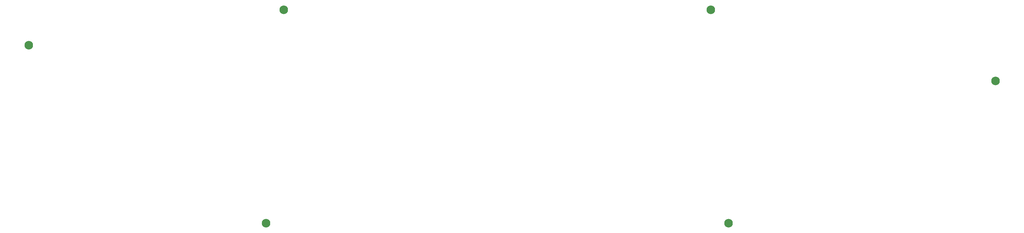
<source format=gbr>
G04 #@! TF.GenerationSoftware,KiCad,Pcbnew,(5.99.0-8711-gbabda304d9)*
G04 #@! TF.CreationDate,2021-01-31T05:25:43-06:00*
G04 #@! TF.ProjectId,65NumpadPLATE,36354e75-6d70-4616-9450-4c4154452e6b,rev?*
G04 #@! TF.SameCoordinates,Original*
G04 #@! TF.FileFunction,Soldermask,Bot*
G04 #@! TF.FilePolarity,Negative*
%FSLAX46Y46*%
G04 Gerber Fmt 4.6, Leading zero omitted, Abs format (unit mm)*
G04 Created by KiCad (PCBNEW (5.99.0-8711-gbabda304d9)) date 2021-01-31 05:25:43*
%MOMM*%
%LPD*%
G01*
G04 APERTURE LIST*
%ADD10C,2.302000*%
G04 APERTURE END LIST*
D10*
X23018750Y-77787500D03*
X91281250Y-68262500D03*
X205581250Y-68262500D03*
X205581250Y-68262500D03*
X281781250Y-87312500D03*
X210343750Y-125412500D03*
X210343750Y-125412500D03*
X281781250Y-87312500D03*
X86518750Y-125412500D03*
M02*

</source>
